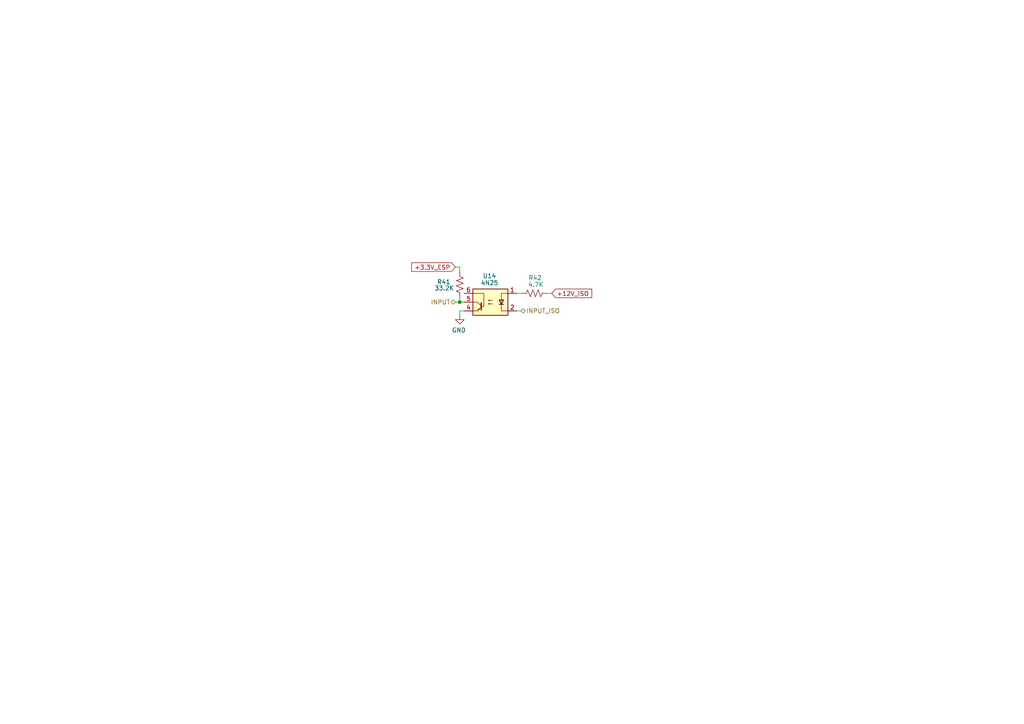
<source format=kicad_sch>
(kicad_sch (version 20250114) (generator "eeschema") (generator_version "9.0")
  (paper "A4")
  (title_block (title "Variador de frecuencia LVDC") (date "2025-08-05") (rev "0") (company "Andrenacci - Carra"))
  (lib_symbols
    (symbol "Device:R_US" (pin_numbers (hide yes)) (pin_names (offset 0))
      (property "Reference" "R" (at 2.54 0 90))
      (property "Value" "R_US" (at -2.54 0 90))
      (symbol "R_US_0_1"
        (polyline (pts (xy 0 2.286) (xy 0 2.54)))
        (polyline (pts (xy 0 2.286) (xy 1.016 1.905) (xy 0 1.524) (xy -1.016 1.143) (xy 0 0.762)))
        (polyline (pts (xy 0 0.762) (xy 1.016 0.381) (xy 0 0) (xy -1.016 -0.381) (xy 0 -0.762)))
        (polyline (pts (xy 0 -0.762) (xy 1.016 -1.143) (xy 0 -1.524) (xy -1.016 -1.905) (xy 0 -2.286)))
        (polyline (pts (xy 0 -2.286) (xy 0 -2.54)))
      )
      (symbol "R_US_1_1"
        (pin passive line (at 0 3.81 270) (length 1.27) (name "~") (number "1"))
        (pin passive line (at 0 -3.81 90) (length 1.27) (name "~") (number "2"))
      )
    )
    (symbol "Isolator:4N25" (pin_names (offset 1.016))
      (property "Reference" "U" (at -5.08 5.08 0))
      (property "Value" "4N25" (at 0 5.08 0))
      (symbol "4N25_0_1"
        (rectangle (start -5.08 3.81) (end 5.08 -3.81) (stroke (width 0.254)) (fill (type background)))
        (polyline (pts (xy -5.08 -2.54) (xy -3.175 -2.54) (xy -3.175 2.54) (xy -5.08 2.54)))
        (polyline (pts (xy -3.81 -0.635) (xy -2.54 -0.635)) (stroke (width 0.254)))
        (polyline (pts (xy -3.175 -0.635) (xy -3.81 0.635) (xy -2.54 0.635) (xy -3.175 -0.635)) (stroke (width 0.254)))
        (polyline (pts (xy -0.635 0.508) (xy 0.635 0.508) (xy 0.254 0.381) (xy 0.254 0.635) (xy 0.635 0.508)))
        (polyline (pts (xy -0.635 -0.508) (xy 0.635 -0.508) (xy 0.254 -0.635) (xy 0.254 -0.381) (xy 0.635 -0.508)))
        (polyline (pts (xy 2.667 -0.254) (xy 2.667 -2.286)) (stroke (width 0.3556)))
        (polyline (pts (xy 2.667 -1.143) (xy 3.81 0)))
        (polyline (pts (xy 2.667 -1.397) (xy 3.81 -2.54)))
        (polyline (pts (xy 3.683 -2.413) (xy 3.429 -1.905) (xy 3.175 -2.159) (xy 3.683 -2.413)))
        (polyline (pts (xy 3.81 0) (xy 5.08 0)))
        (polyline (pts (xy 3.81 -2.54) (xy 5.08 -2.54)))
        (polyline (pts (xy 5.08 2.54) (xy 1.905 2.54) (xy 1.905 -1.27) (xy 2.54 -1.27)))
      )
      (symbol "4N25_1_1"
        (pin passive line (at -7.62 2.54 0) (length 2.54) (name "~") (number "1"))
        (pin passive line (at -7.62 -2.54 0) (length 2.54) (name "~") (number "2"))
        (pin no_connect line (at -5.08 0 0) (length 2.54) (hide yes) (name "NC") (number "3"))
        (pin passive line (at 7.62 2.54 180) (length 2.54) (name "~") (number "6"))
        (pin passive line (at 7.62 0 180) (length 2.54) (name "~") (number "5"))
        (pin passive line (at 7.62 -2.54 180) (length 2.54) (name "~") (number "4"))
      )
    )
    (symbol "power:GND" (power) (pin_numbers (hide yes)) (pin_names (offset 0) (hide yes))
      (property "Value" "GND" (at 0 -3.81 0))
      (symbol "GND_0_1"
        (polyline (pts (xy 0 0) (xy 0 -1.27) (xy 1.27 -1.27) (xy 0 -2.54) (xy -1.27 -1.27) (xy 0 -1.27)))
      )
      (symbol "GND_1_1"
        (pin power_in line (at 0 0 270) (length 0) (name "~") (number "1"))
      )
    )
  )
  (junction (at 133.35 87.63))
  (wire (pts (xy 134.62 90.17) (xy 133.35 90.17)))
  (wire (pts (xy 149.86 90.17) (xy 151.13 90.17)))
  (wire (pts (xy 133.35 90.17) (xy 133.35 91.44)))
  (wire (pts (xy 133.35 87.63) (xy 134.62 87.63)))
  (wire (pts (xy 149.86 85.09) (xy 151.13 85.09)))
  (wire (pts (xy 133.35 77.47) (xy 133.35 78.74)))
  (wire (pts (xy 132.08 87.63) (xy 133.35 87.63)))
  (wire (pts (xy 158.75 85.09) (xy 160.02 85.09)))
  (wire (pts (xy 133.35 86.36) (xy 133.35 87.63)))
  (wire (pts (xy 132.08 77.47) (xy 133.35 77.47)))
  (global_label "+12V_ISO" (shape input) (at 160.02 85.09 0) (property "Intersheetrefs" "${INTERSHEET_REFS}" (effects (hide yes))))
  (global_label "+3.3V_ESP" (shape input) (at 132.08 77.47 180) (property "Intersheetrefs" "${INTERSHEET_REFS}" (effects (hide yes))))
  (hierarchical_label "INPUT_ISO" (shape bidirectional) (at 151.13 90.17 0))
  (hierarchical_label "INPUT" (shape bidirectional) (at 132.08 87.63 180))
  (symbol (lib_id "Device:R_US") (at 154.94 85.09 90) (unit 1)
    (property "Reference" "R36" (at 153.2255 80.5815 90) (effects (justify right)))
    (property "Value" "4.7K" (at 153.162 82.55 90) (effects (justify right)))
    (property "Footprint" "Resistor_SMD:R_0603_1608Metric_Pad0.98x0.95mm_HandSolder" (effects (hide yes)))
    (property "Datasheet" "https://www.lcsc.com/datasheet/C2078630.pdf" (effects (hide yes)))
    (property "Description" "Resistor, US symbol" (effects (hide yes)))
    (property "Footprint checked" "Yes" (effects (hide yes)))
    (property "Symbol checked" "Yes" (effects (hide yes)))
    (property "Price" "0.0220" (effects (hide yes)))
    (property "Compra" "https://www.lcsc.com/product-detail/C2078630.html" (effects (hide yes)))
    (property "Manufacturer" "VISHAY" (effects (hide yes)))
    (instances (project "HMI_LVDC-Inverter" (path "" (reference "R42") (unit 1)) (path "" (reference "R38") (unit 1)) (path "" (reference "R46") (unit 1)) (path "" (reference "R40") (unit 1)) (path "" (reference "R36") (unit 1)) (path "" (reference "R44") (unit 1))))
  )
  (symbol (lib_id "Device:R_US") (at 133.35 82.55 180) (unit 1)
    (property "Reference" "R35" (at 126.746 81.788 0) (effects (justify right)))
    (property "Value" "33.2K" (at 125.984 83.566 0) (effects (justify right)))
    (property "Footprint" "Resistor_SMD:R_0603_1608Metric_Pad0.98x0.95mm_HandSolder" (effects (hide yes)))
    (property "Datasheet" "https://www.lcsc.com/datasheet/C706161.pdf" (effects (hide yes)))
    (property "Description" "Resistor, US symbol" (effects (hide yes)))
    (property "Footprint checked" "Yes" (effects (hide yes)))
    (property "Symbol checked" "Yes" (effects (hide yes)))
    (property "Price" "0.0095" (effects (hide yes)))
    (property "Compra" "https://www.lcsc.com/product-detail/C706161.html" (effects (hide yes)))
    (property "Manufacturer" "YAGEO" (effects (hide yes)))
    (instances (project "HMI_LVDC-Inverter" (path "" (reference "R41") (unit 1)) (path "" (reference "R37") (unit 1)) (path "" (reference "R45") (unit 1)) (path "" (reference "R39") (unit 1)) (path "" (reference "R35") (unit 1)) (path "" (reference "R43") (unit 1))))
  )
  (symbol (lib_id "Isolator:4N25") (at 142.24 87.63 0) (mirror y) (unit 1)
    (property "Reference" "U11" (at 141.986 80.01 0))
    (property "Value" "4N25" (at 141.986 82.042 0))
    (property "Footprint" "Package_DIP:DIP-6_W7.62mm_SMDSocket_SmallPads" (effects (hide yes)))
    (property "Datasheet" "https://www.lcsc.com/datasheet/C898941.pdf" (effects (hide yes)))
    (property "Description" "DC Optocoupler Base Connected, Vce 30V, CTR 20%, Viso 2500V, DIP6" (effects (hide yes)))
    (property "Compra" "https://www.lcsc.com/product-detail/C898941.html?s_z=n_4N25%2520SMD-6P" (effects (hide yes)))
    (property "Manufacturer" "onsemi" (effects (hide yes)))
    (property "Price" "0.9182" (effects (hide yes)))
    (instances (project "HMI_LVDC-Inverter" (path "" (reference "U14") (unit 1)) (path "" (reference "U12") (unit 1)) (path "" (reference "U16") (unit 1)) (path "" (reference "U13") (unit 1)) (path "" (reference "U11") (unit 1)) (path "" (reference "U15") (unit 1))))
  )
  (symbol (lib_id "power:GND") (at 133.35 91.44 0) (unit 1)
    (property "Reference" "#PWR049" (effects (hide yes)))
    (property "Value" "GND" (at 133.096 95.758 0))
    (property "Description" "Power symbol creates a global label with name \"GND\" , ground" (effects (hide yes)))
    (instances (project "HMI_LVDC-Inverter" (path "" (reference "#PWR052") (unit 1)) (path "" (reference "#PWR050") (unit 1)) (path "" (reference "#PWR054") (unit 1)) (path "" (reference "#PWR051") (unit 1)) (path "" (reference "#PWR049") (unit 1)) (path "" (reference "#PWR053") (unit 1))))
  )
)
</source>
